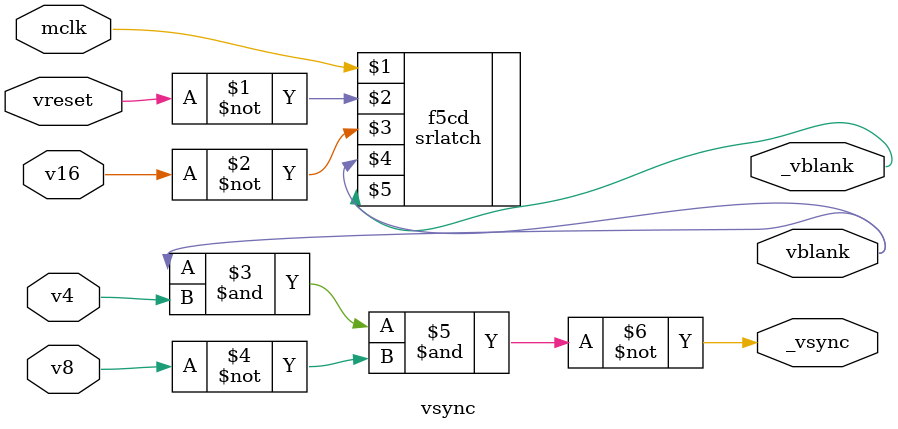
<source format=v>
/*
  MIT License

  Copyright (c) 2019 Richard Eng

  Permission is hereby granted, free of charge, to any person obtaining a copy
  of this software and associated documentation files (the "Software"), to deal
  in the Software without restriction, including without limitation the rights
  to use, copy, modify, merge, publish, distribute, sublicense, and/or sell
  copies of the Software, and to permit persons to whom the Software is
  furnished to do so, subject to the following conditions:

  The above copyright notice and this permission notice shall be included in all
  copies or substantial portions of the Software.

  THE SOFTWARE IS PROVIDED "AS IS", WITHOUT WARRANTY OF ANY KIND, EXPRESS OR
  IMPLIED, INCLUDING BUT NOT LIMITED TO THE WARRANTIES OF MERCHANTABILITY,
  FITNESS FOR A PARTICULAR PURPOSE AND NONINFRINGEMENT. IN NO EVENT SHALL THE
  AUTHORS OR COPYRIGHT HOLDERS BE LIABLE FOR ANY CLAIM, DAMAGES OR OTHER
  LIABILITY, WHETHER IN AN ACTION OF CONTRACT, TORT OR OTHERWISE, ARISING FROM,
  OUT OF OR IN CONNECTION WITH THE SOFTWARE OR THE USE OR OTHER DEALINGS IN THE
  SOFTWARE.
*/

/*
  Pong - Vertical Sync Circuit
  ----------------------------
*/
`default_nettype none

module vsync
(
    input wire  mclk, vreset, v4, v8, v16,
    output wire vblank, _vblank, _vsync
);

srlatch f5cd(mclk, ~vreset, ~v16, vblank, _vblank);
assign _vsync = ~(vblank & v4 & ~v8);

/*
wire h5a_to_g5a;

wire _vblank_tmp;
ls02 f5c(vreset, vblank, _vblank_tmp);

reg _vblank_reg;
always @(posedge gclk) begin
  _vblank_reg <= _vblank_tmp;
end
assign _vblank = _vblank_reg;

wire vblank_tmp;
ls02 f5d(_vblank, v16, vblank_tmp);

reg vblank_reg;
always @(posedge gclk) begin
  vblank_reg <= vblank_tmp;
end
assign vblank = vblank_reg;

ls00 h5a(v8, v8, h5a_to_g5a);
ls10 g5a(vblank, v4, h5a_to_g5a, _vsync);
*/

endmodule

</source>
